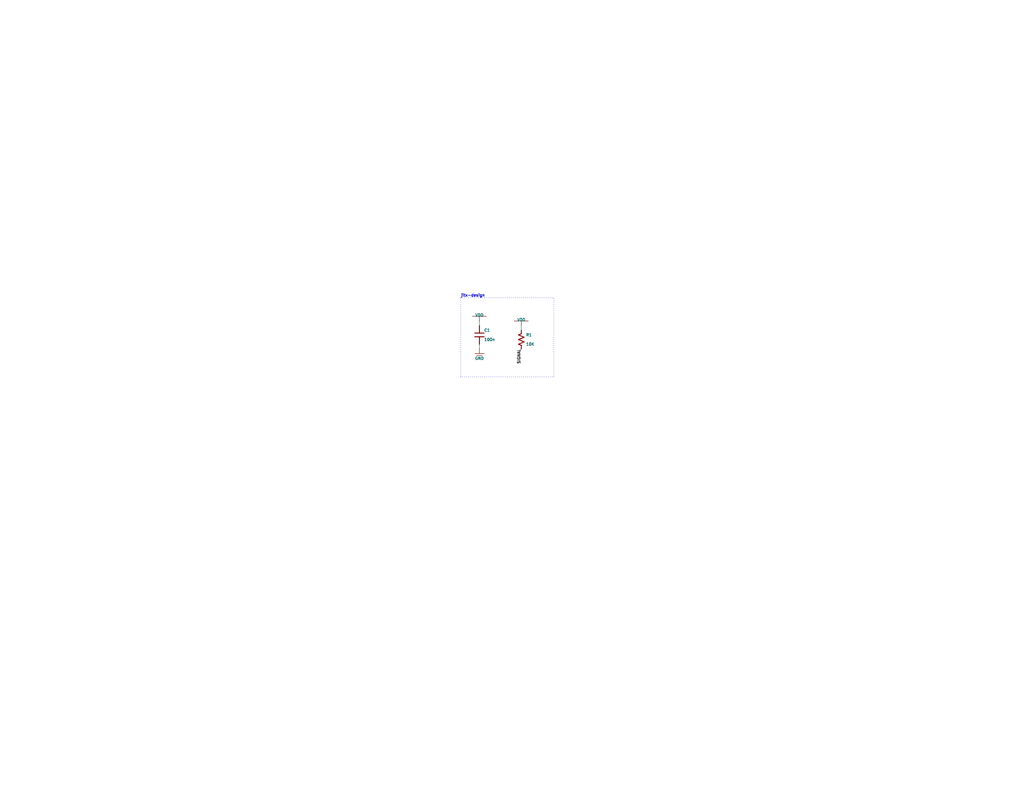
<source format=kicad_sch>
(kicad_sch (version 20230121) (generator jitx)
  (paper "A")
  (lib_symbols
    (symbol "GND" (power)
      (property "Reference" "#PWR" (at 35.0 60.0 0.0))
      (property "Value" "GND" (at 0.0 -2.6035 0.0))
      (symbol "GND_1_0"
        (pin power_in line (at 0.0 0.0 270) (length 0.0) (name "GND") (number "~"))
        (polyline (pts (xy 0.0 0.0) (xy 0.0 -1.27)) (stroke (width 0.127)) (fill (type background)))
        (polyline (pts (xy -1.27 -1.27) (xy 1.27 -1.27)) (stroke (width 0.127)) (fill (type background)))
        (polyline (pts (xy -0.762 -1.778) (xy 0.762 -1.778)) (stroke (width 0.127)) (fill (type background)))
        (polyline (pts (xy -0.254 -2.286) (xy 0.254 -2.286)) (stroke (width 0.127)) (fill (type background)))
      )
    )
    (symbol "VDD" (power)
      (property "Reference" "#PWR" (at 35.0 60.0 0.0))
      (property "Value" "VDD" (at 0.0 1.5875 0.0))
      (symbol "VDD_1_0"
        (pin power_in line (at 0.0 0.0 90) (length 0.0) (name "VDD") (number "~"))
        (polyline (pts (xy 0.0 0.0) (xy 0.0 1.27)) (stroke (width 0.127)) (fill (type background)))
        (polyline (pts (xy -1.905 1.27) (xy 1.905 1.27)) (stroke (width 0.127)) (fill (type background)))
      )
    )
    (symbol "resistor_sym"
      (property "Reference" "U" (at 1.27 1.27 0.0))
      (property "Value" "resistor_sym" (at 1.27 -1.27 0.0))
      (symbol "resistor_sym_1_0"
        (pin unspecified line (at 0.0 2.54 270) (length 0.0) (name "1") (number "~"))
        (pin unspecified line (at 0.0 -2.54 90) (length 0.0) (name "2") (number "~"))
        (polyline (pts (xy 0.0 -2.54) (xy 0.0 -1.5875)) (stroke (width 0.254)) (fill (type background)))
        (polyline (pts (xy 0.0 -1.5875) (xy -0.762 -1.27)) (stroke (width 0.254)) (fill (type background)))
        (polyline (pts (xy -0.762 -1.27) (xy 0.762 -0.635)) (stroke (width 0.254)) (fill (type background)))
        (polyline (pts (xy 0.762 -0.635) (xy -0.762 0.0)) (stroke (width 0.254)) (fill (type background)))
        (polyline (pts (xy -0.762 0.0) (xy 0.762 0.635)) (stroke (width 0.254)) (fill (type background)))
        (polyline (pts (xy 0.762 0.635) (xy -0.762 1.27)) (stroke (width 0.254)) (fill (type background)))
        (polyline (pts (xy -0.762 1.27) (xy 0.0 1.5875)) (stroke (width 0.254)) (fill (type background)))
        (polyline (pts (xy 0.0 1.5875) (xy 0.0 2.54)) (stroke (width 0.254)) (fill (type background)))
      )
    )
    (symbol "Power_Symbol"
      (property "Value" "Power_Symbol" (at 0.0 1.5875 0.0))
      (symbol "Power_Symbol_1_0"
        (pin unspecified line (at 0.0 0.0 90) (length 0.0) (name "0") (number "~"))
        (polyline (pts (xy 0.0 0.0) (xy 0.0 1.27)) (stroke (width 0.127)) (fill (type background)))
        (polyline (pts (xy -1.905 1.27) (xy 1.905 1.27)) (stroke (width 0.127)) (fill (type background)))
      )
    )
    (symbol "Ground_Symbol"
      (property "Value" "Ground_Symbol" (at 0.0 -2.6035 0.0))
      (symbol "Ground_Symbol_1_0"
        (pin unspecified line (at 0.0 0.0 270) (length 0.0) (name "0") (number "~"))
        (polyline (pts (xy 0.0 0.0) (xy 0.0 -1.27)) (stroke (width 0.127)) (fill (type background)))
        (polyline (pts (xy -1.27 -1.27) (xy 1.27 -1.27)) (stroke (width 0.127)) (fill (type background)))
        (polyline (pts (xy -0.762 -1.778) (xy 0.762 -1.778)) (stroke (width 0.127)) (fill (type background)))
        (polyline (pts (xy -0.254 -2.286) (xy 0.254 -2.286)) (stroke (width 0.127)) (fill (type background)))
      )
    )
    (symbol "capacitor_sym"
      (property "Reference" "U" (at 1.27 1.27 0.0))
      (property "Value" "capacitor_sym" (at 1.27 -1.27 0.0))
      (symbol "capacitor_sym_1_0"
        (pin unspecified line (at 0.0 2.54 270) (length 0.0) (name "1") (number "~"))
        (pin unspecified line (at 0.0 -2.54 90) (length 0.0) (name "2") (number "~"))
        (polyline (pts (xy 0.0 2.54) (xy 0.0 0.508)) (stroke (width 0.254)) (fill (type background)))
        (polyline (pts (xy -1.27 0.508) (xy 1.27 0.508)) (stroke (width 0.254)) (fill (type background)))
        (polyline (pts (xy 0.0 -0.508) (xy 0.0 -2.54)) (stroke (width 0.254)) (fill (type background)))
        (polyline (pts (xy -1.27 -0.508) (xy 1.27 -0.508)) (stroke (width 0.254)) (fill (type background)))
      )
    )
    (symbol "my_resistor"
      (property "Reference" "R" (at 1.27 1.27 0.0))
      (property "Value" "my_resistor" (at 1.27 -1.27 0.0))
      (symbol "my_resistor_1_0"
        (pin unspecified line (at 0.0 2.54 270) (length 0.0) (name "1") (number "1"))
        (pin unspecified line (at 0.0 -2.54 90) (length 0.0) (name "2") (number "2"))
        (polyline (pts (xy 0.0 -2.54) (xy 0.0 -1.5875)) (stroke (width 0.254)) (fill (type background)))
        (polyline (pts (xy 0.0 -1.5875) (xy -0.762 -1.27)) (stroke (width 0.254)) (fill (type background)))
        (polyline (pts (xy -0.762 -1.27) (xy 0.762 -0.635)) (stroke (width 0.254)) (fill (type background)))
        (polyline (pts (xy 0.762 -0.635) (xy -0.762 0.0)) (stroke (width 0.254)) (fill (type background)))
        (polyline (pts (xy -0.762 0.0) (xy 0.762 0.635)) (stroke (width 0.254)) (fill (type background)))
        (polyline (pts (xy 0.762 0.635) (xy -0.762 1.27)) (stroke (width 0.254)) (fill (type background)))
        (polyline (pts (xy -0.762 1.27) (xy 0.0 1.5875)) (stroke (width 0.254)) (fill (type background)))
        (polyline (pts (xy 0.0 1.5875) (xy 0.0 2.54)) (stroke (width 0.254)) (fill (type background)))
      )
    )
    (symbol "my_capacitor"
      (property "Reference" "C" (at 1.27 1.27 0.0))
      (property "Value" "my_capacitor" (at 1.27 -1.27 0.0))
      (symbol "my_capacitor_1_0"
        (pin unspecified line (at 0.0 2.54 270) (length 0.0) (name "1") (number "1"))
        (pin unspecified line (at 0.0 -2.54 90) (length 0.0) (name "2") (number "2"))
        (polyline (pts (xy 0.0 2.54) (xy 0.0 0.508)) (stroke (width 0.254)) (fill (type background)))
        (polyline (pts (xy -1.27 0.508) (xy 1.27 0.508)) (stroke (width 0.254)) (fill (type background)))
        (polyline (pts (xy 0.0 -0.508) (xy 0.0 -2.54)) (stroke (width 0.254)) (fill (type background)))
        (polyline (pts (xy -1.27 -0.508) (xy 1.27 -0.508)) (stroke (width 0.254)) (fill (type background)))
      )
    )
  )
  (wire (pts (xy 142.24 90.17) (xy 142.24 88.9)) (stroke (width 0.127)))
  (wire (pts (xy 130.81 88.9) (xy 130.81 87.63)) (stroke (width 0.127)))
  (wire (pts (xy 130.81 95.25) (xy 130.81 93.98)) (stroke (width 0.127)))
  (polyline (pts (xy 125.73 81.28) (xy 151.13 81.28)) (stroke (width 0.127) (type dot)))
  (polyline (pts (xy 125.73 102.87) (xy 151.13 102.87)) (stroke (width 0.127) (type dot)))
  (polyline (pts (xy 125.73 102.87) (xy 125.73 81.28)) (stroke (width 0.127) (type dot)))
  (polyline (pts (xy 151.13 102.87) (xy 151.13 81.28)) (stroke (width 0.127) (type dot)))
  (text "jitx-design" (at 125.73 81.28 0) (effects (font (size 0.762 0.762)) (justify left bottom)))
  (label "SIGNAL" (at 142.24 95.25 270) (effects (font (size 0.762 0.762))))
  (symbol (lib_id "my_resistor") (at 142.24 92.71 0.0) (unit 1)
    (property "Reference" "R1" (at 143.51 91.44 0.0) (effects (font (size 0.762 0.762)) (justify left)))
    (property "Value" "10K" (at 143.51 93.98 0.0) (effects (font (size 0.762 0.762)) (justify left)))
    (property "Footprint" "jitx-design:Pkg0402" (effects hide))
    (property "Datasheet" "https://wmsc.lcsc.com/wmsc/upload/file/pdf/v2/lcsc/2304140030_TE-Connectivity-CRGCQ0402F10K_C2074093.pdf" (effects hide))
    (property "Name" "element" (effects hide))
    (property "Description" "63mW Thick Film Resistors 50V ±100ppm/℃ ±1% 10kΩ 0402  Chip Resistor - Surface Mount ROHS" (effects hide))
    (property "Manufacturer" "TE CONNECTIVITY" (effects hide))
    (property "MPN" "CRGCQ0402F10K" (effects hide))
    (property "Reference-prefix" "R" (effects hide))
  )
  (symbol (lib_id "my_capacitor") (at 130.81 91.44 0.0) (unit 1)
    (property "Reference" "C1" (at 132.08 90.17 0.0) (effects (font (size 0.762 0.762)) (justify left)))
    (property "Value" "100n" (at 132.08 92.71 0.0) (effects (font (size 0.762 0.762)) (justify left)))
    (property "Footprint" "jitx-design:Pkg0402_1" (effects hide))
    (property "Datasheet" "https://datasheets.avx.com/cx5r.pdf" (effects hide))
    (property "Name" "element" (effects hide))
    (property "Description" "CAP CER 0.1UF 10V X5R 0402" (effects hide))
    (property "Manufacturer" "KYOCERA AVX" (effects hide))
    (property "MPN" "0402ZD104KAT4A" (effects hide))
    (property "Reference-prefix" "C" (effects hide))
  )
  (symbol (lib_id "VDD") (at 142.24 88.9 0.0) (unit 1)
    (property "Reference" "#PWR?" (effects hide))
    (property "Value" "VDD" (at 142.24 87.3125 0.0) (effects (font (size 0.762 0.762))))
  )
  (symbol (lib_id "VDD") (at 130.81 87.63 0.0) (unit 1)
    (property "Reference" "#PWR?" (effects hide))
    (property "Value" "VDD" (at 130.81 86.0425 0.0) (effects (font (size 0.762 0.762))))
  )
  (symbol (lib_id "GND") (at 130.81 95.25 0.0) (unit 1)
    (property "Reference" "#PWR?" (effects hide))
    (property "Value" "GND" (at 130.81 97.8535 0.0) (effects (font (size 0.762 0.762))))
  )
)
</source>
